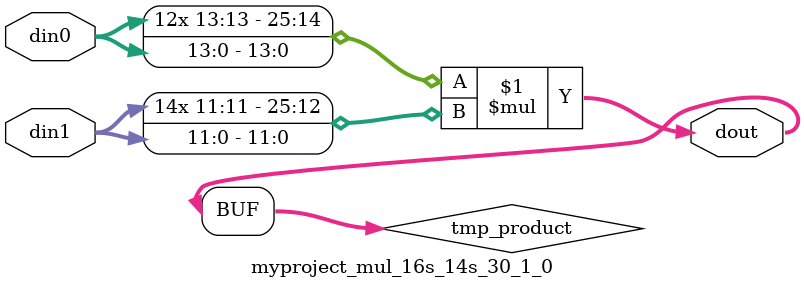
<source format=v>

`timescale 1 ns / 1 ps

  module myproject_mul_16s_14s_30_1_0(din0, din1, dout);
parameter ID = 1;
parameter NUM_STAGE = 0;
parameter din0_WIDTH = 14;
parameter din1_WIDTH = 12;
parameter dout_WIDTH = 26;

input [din0_WIDTH - 1 : 0] din0; 
input [din1_WIDTH - 1 : 0] din1; 
output [dout_WIDTH - 1 : 0] dout;

wire signed [dout_WIDTH - 1 : 0] tmp_product;













assign tmp_product = $signed(din0) * $signed(din1);








assign dout = tmp_product;







endmodule

</source>
